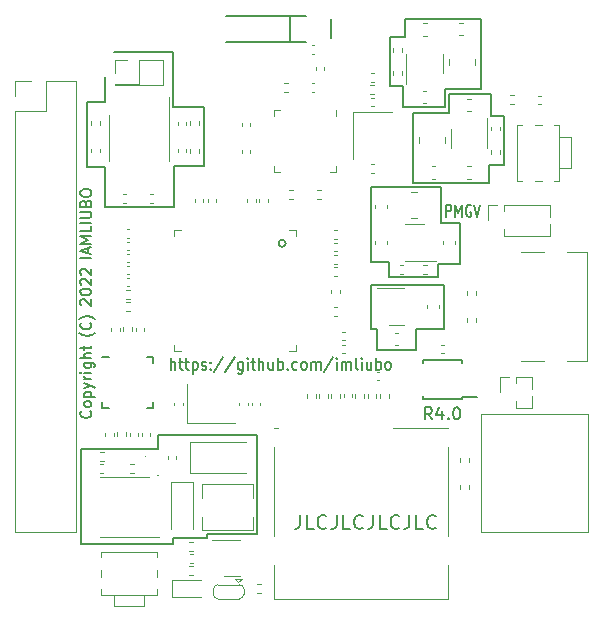
<source format=gbr>
%TF.GenerationSoftware,KiCad,Pcbnew,6.99.0-unknown-5a2f351f28~146~ubuntu20.04.1*%
%TF.CreationDate,2022-01-27T10:55:03+08:00*%
%TF.ProjectId,M5Pi,4d355069-2e6b-4696-9361-645f70636258,1.0*%
%TF.SameCoordinates,Original*%
%TF.FileFunction,Legend,Top*%
%TF.FilePolarity,Positive*%
%FSLAX46Y46*%
G04 Gerber Fmt 4.6, Leading zero omitted, Abs format (unit mm)*
G04 Created by KiCad (PCBNEW 6.99.0-unknown-5a2f351f28~146~ubuntu20.04.1) date 2022-01-27 10:55:03*
%MOMM*%
%LPD*%
G01*
G04 APERTURE LIST*
%ADD10C,0.150000*%
%ADD11C,0.120000*%
%ADD12C,0.100000*%
%ADD13C,0.203200*%
G04 APERTURE END LIST*
D10*
X147463353Y-87851564D02*
X143113353Y-87851564D01*
X146913353Y-91601564D02*
X149263353Y-91601564D01*
X150613353Y-86126564D02*
X150613353Y-82626564D01*
X146713353Y-73351564D02*
X146713353Y-79251564D01*
X121363353Y-68151564D02*
X126363353Y-68151564D01*
X125063353Y-101801564D02*
X118563353Y-101801564D01*
X145863353Y-72851564D02*
X149363353Y-72851564D01*
X149263353Y-91601564D02*
X149263353Y-91351564D01*
X126413353Y-81251564D02*
X120613353Y-81251564D01*
X120613353Y-77851564D02*
X119113353Y-77851564D01*
X153113353Y-77751564D02*
X154363353Y-77751564D01*
X146013353Y-65351564D02*
X146013353Y-66851564D01*
X152413353Y-65351564D02*
X146013353Y-65351564D01*
X119113353Y-72401564D02*
X120563353Y-72401564D01*
X133463353Y-100601564D02*
X125263353Y-100601564D01*
X144763353Y-71051564D02*
X145863353Y-71051564D01*
X154363353Y-77751564D02*
X154363353Y-73551564D01*
X133463353Y-109001564D02*
X133463353Y-100601564D01*
X149763353Y-71751564D02*
X149763353Y-73351564D01*
X128963353Y-72851564D02*
X128963353Y-77801564D01*
X149363353Y-72851564D02*
X149363353Y-71351564D01*
X128963353Y-77801564D02*
X126413353Y-77801564D01*
X150613353Y-82626564D02*
X149013353Y-82626564D01*
X126363353Y-109301564D02*
X129263353Y-109301564D01*
X147463353Y-87851564D02*
X149263353Y-87851564D01*
X144613353Y-87226564D02*
X148813353Y-87226564D01*
X149763353Y-73351564D02*
X146713353Y-73351564D01*
X129263353Y-109301564D02*
X129263353Y-109001564D01*
X143113353Y-79576564D02*
X143113353Y-85976564D01*
X118563353Y-109801564D02*
X121663353Y-109801564D01*
X120613353Y-81251564D02*
X120613353Y-77851564D01*
X143113353Y-87851564D02*
X143113353Y-91601564D01*
X148813353Y-87226564D02*
X148813353Y-86126564D01*
X146913353Y-93401564D02*
X146913353Y-91601564D01*
X153263353Y-73551564D02*
X153263353Y-71751564D01*
X149363353Y-71351564D02*
X149363353Y-71251564D01*
X143113353Y-85976564D02*
X144613353Y-85976564D01*
X125063353Y-100601564D02*
X125063353Y-101801564D01*
X126363353Y-72851564D02*
X128963353Y-72851564D01*
X126363353Y-68151564D02*
X126363353Y-72851564D01*
X143113353Y-91601564D02*
X143613353Y-91601564D01*
X126413353Y-77801564D02*
X126413353Y-81251564D01*
X148813353Y-86126564D02*
X150613353Y-86126564D01*
X146013353Y-66851564D02*
X144763353Y-66851564D01*
X149363353Y-71251564D02*
X152413353Y-71251564D01*
X126363353Y-109401564D02*
X126363353Y-109301564D01*
X126363353Y-109801564D02*
X126363353Y-109401564D01*
X144763353Y-66851564D02*
X144763353Y-71051564D01*
X143613353Y-93401564D02*
X146913353Y-93401564D01*
X146713353Y-79251564D02*
X153113353Y-79251564D01*
X149263353Y-91351564D02*
X149263353Y-88101564D01*
X120563353Y-72401564D02*
X120563353Y-70301564D01*
X154363353Y-73551564D02*
X153263353Y-73551564D01*
X119113353Y-77851564D02*
X119113353Y-72401564D01*
X153263353Y-71751564D02*
X149763353Y-71751564D01*
X149013353Y-82626564D02*
X149013353Y-79576564D01*
X143613353Y-91601564D02*
X143613353Y-93401564D01*
X149263353Y-87851564D02*
X149263353Y-88101564D01*
X153113353Y-79251564D02*
X153113353Y-77751564D01*
X121663353Y-109801564D02*
X126363353Y-109801564D01*
X152413353Y-71251564D02*
X152413353Y-65351564D01*
X129263353Y-109001564D02*
X133463353Y-109001564D01*
X145863353Y-71051564D02*
X145863353Y-72851564D01*
X144613353Y-85976564D02*
X144613353Y-87226564D01*
X149013353Y-79576564D02*
X143113353Y-79576564D01*
X125263353Y-100601564D02*
X125063353Y-100601564D01*
X118563353Y-101801564D02*
X118563353Y-109801564D01*
X137120498Y-107344421D02*
X137120498Y-108201564D01*
X137120498Y-108201564D02*
X137063355Y-108372992D01*
X137063355Y-108372992D02*
X136949069Y-108487278D01*
X136949069Y-108487278D02*
X136777641Y-108544421D01*
X136777641Y-108544421D02*
X136663355Y-108544421D01*
X138263354Y-108544421D02*
X137691926Y-108544421D01*
X137691926Y-108544421D02*
X137691926Y-107344421D01*
X139349068Y-108430135D02*
X139291925Y-108487278D01*
X139291925Y-108487278D02*
X139120497Y-108544421D01*
X139120497Y-108544421D02*
X139006211Y-108544421D01*
X139006211Y-108544421D02*
X138834782Y-108487278D01*
X138834782Y-108487278D02*
X138720497Y-108372992D01*
X138720497Y-108372992D02*
X138663354Y-108258706D01*
X138663354Y-108258706D02*
X138606211Y-108030135D01*
X138606211Y-108030135D02*
X138606211Y-107858706D01*
X138606211Y-107858706D02*
X138663354Y-107630135D01*
X138663354Y-107630135D02*
X138720497Y-107515849D01*
X138720497Y-107515849D02*
X138834782Y-107401564D01*
X138834782Y-107401564D02*
X139006211Y-107344421D01*
X139006211Y-107344421D02*
X139120497Y-107344421D01*
X139120497Y-107344421D02*
X139291925Y-107401564D01*
X139291925Y-107401564D02*
X139349068Y-107458706D01*
X140206211Y-107344421D02*
X140206211Y-108201564D01*
X140206211Y-108201564D02*
X140149068Y-108372992D01*
X140149068Y-108372992D02*
X140034782Y-108487278D01*
X140034782Y-108487278D02*
X139863354Y-108544421D01*
X139863354Y-108544421D02*
X139749068Y-108544421D01*
X141349067Y-108544421D02*
X140777639Y-108544421D01*
X140777639Y-108544421D02*
X140777639Y-107344421D01*
X142434781Y-108430135D02*
X142377638Y-108487278D01*
X142377638Y-108487278D02*
X142206210Y-108544421D01*
X142206210Y-108544421D02*
X142091924Y-108544421D01*
X142091924Y-108544421D02*
X141920495Y-108487278D01*
X141920495Y-108487278D02*
X141806210Y-108372992D01*
X141806210Y-108372992D02*
X141749067Y-108258706D01*
X141749067Y-108258706D02*
X141691924Y-108030135D01*
X141691924Y-108030135D02*
X141691924Y-107858706D01*
X141691924Y-107858706D02*
X141749067Y-107630135D01*
X141749067Y-107630135D02*
X141806210Y-107515849D01*
X141806210Y-107515849D02*
X141920495Y-107401564D01*
X141920495Y-107401564D02*
X142091924Y-107344421D01*
X142091924Y-107344421D02*
X142206210Y-107344421D01*
X142206210Y-107344421D02*
X142377638Y-107401564D01*
X142377638Y-107401564D02*
X142434781Y-107458706D01*
X143291924Y-107344421D02*
X143291924Y-108201564D01*
X143291924Y-108201564D02*
X143234781Y-108372992D01*
X143234781Y-108372992D02*
X143120495Y-108487278D01*
X143120495Y-108487278D02*
X142949067Y-108544421D01*
X142949067Y-108544421D02*
X142834781Y-108544421D01*
X144434780Y-108544421D02*
X143863352Y-108544421D01*
X143863352Y-108544421D02*
X143863352Y-107344421D01*
X145520494Y-108430135D02*
X145463351Y-108487278D01*
X145463351Y-108487278D02*
X145291923Y-108544421D01*
X145291923Y-108544421D02*
X145177637Y-108544421D01*
X145177637Y-108544421D02*
X145006208Y-108487278D01*
X145006208Y-108487278D02*
X144891923Y-108372992D01*
X144891923Y-108372992D02*
X144834780Y-108258706D01*
X144834780Y-108258706D02*
X144777637Y-108030135D01*
X144777637Y-108030135D02*
X144777637Y-107858706D01*
X144777637Y-107858706D02*
X144834780Y-107630135D01*
X144834780Y-107630135D02*
X144891923Y-107515849D01*
X144891923Y-107515849D02*
X145006208Y-107401564D01*
X145006208Y-107401564D02*
X145177637Y-107344421D01*
X145177637Y-107344421D02*
X145291923Y-107344421D01*
X145291923Y-107344421D02*
X145463351Y-107401564D01*
X145463351Y-107401564D02*
X145520494Y-107458706D01*
X146377637Y-107344421D02*
X146377637Y-108201564D01*
X146377637Y-108201564D02*
X146320494Y-108372992D01*
X146320494Y-108372992D02*
X146206208Y-108487278D01*
X146206208Y-108487278D02*
X146034780Y-108544421D01*
X146034780Y-108544421D02*
X145920494Y-108544421D01*
X147520493Y-108544421D02*
X146949065Y-108544421D01*
X146949065Y-108544421D02*
X146949065Y-107344421D01*
X148606207Y-108430135D02*
X148549064Y-108487278D01*
X148549064Y-108487278D02*
X148377636Y-108544421D01*
X148377636Y-108544421D02*
X148263350Y-108544421D01*
X148263350Y-108544421D02*
X148091921Y-108487278D01*
X148091921Y-108487278D02*
X147977636Y-108372992D01*
X147977636Y-108372992D02*
X147920493Y-108258706D01*
X147920493Y-108258706D02*
X147863350Y-108030135D01*
X147863350Y-108030135D02*
X147863350Y-107858706D01*
X147863350Y-107858706D02*
X147920493Y-107630135D01*
X147920493Y-107630135D02*
X147977636Y-107515849D01*
X147977636Y-107515849D02*
X148091921Y-107401564D01*
X148091921Y-107401564D02*
X148263350Y-107344421D01*
X148263350Y-107344421D02*
X148377636Y-107344421D01*
X148377636Y-107344421D02*
X148549064Y-107401564D01*
X148549064Y-107401564D02*
X148606207Y-107458706D01*
X149453830Y-82103944D02*
X149453830Y-81103944D01*
X149453830Y-81103944D02*
X149758592Y-81103944D01*
X149758592Y-81103944D02*
X149834782Y-81151564D01*
X149834782Y-81151564D02*
X149872877Y-81199183D01*
X149872877Y-81199183D02*
X149910973Y-81294421D01*
X149910973Y-81294421D02*
X149910973Y-81437278D01*
X149910973Y-81437278D02*
X149872877Y-81532516D01*
X149872877Y-81532516D02*
X149834782Y-81580135D01*
X149834782Y-81580135D02*
X149758592Y-81627754D01*
X149758592Y-81627754D02*
X149453830Y-81627754D01*
X150253830Y-82103944D02*
X150253830Y-81103944D01*
X150253830Y-81103944D02*
X150520496Y-81818230D01*
X150520496Y-81818230D02*
X150787163Y-81103944D01*
X150787163Y-81103944D02*
X150787163Y-82103944D01*
X151587162Y-81151564D02*
X151510972Y-81103944D01*
X151510972Y-81103944D02*
X151396686Y-81103944D01*
X151396686Y-81103944D02*
X151282400Y-81151564D01*
X151282400Y-81151564D02*
X151206210Y-81246802D01*
X151206210Y-81246802D02*
X151168115Y-81342040D01*
X151168115Y-81342040D02*
X151130019Y-81532516D01*
X151130019Y-81532516D02*
X151130019Y-81675373D01*
X151130019Y-81675373D02*
X151168115Y-81865849D01*
X151168115Y-81865849D02*
X151206210Y-81961087D01*
X151206210Y-81961087D02*
X151282400Y-82056325D01*
X151282400Y-82056325D02*
X151396686Y-82103944D01*
X151396686Y-82103944D02*
X151472877Y-82103944D01*
X151472877Y-82103944D02*
X151587162Y-82056325D01*
X151587162Y-82056325D02*
X151625258Y-82008706D01*
X151625258Y-82008706D02*
X151625258Y-81675373D01*
X151625258Y-81675373D02*
X151472877Y-81675373D01*
X151853829Y-81103944D02*
X152120496Y-82103944D01*
X152120496Y-82103944D02*
X152387162Y-81103944D01*
X119334781Y-98554415D02*
X119377638Y-98597272D01*
X119377638Y-98597272D02*
X119420495Y-98725844D01*
X119420495Y-98725844D02*
X119420495Y-98811558D01*
X119420495Y-98811558D02*
X119377638Y-98940129D01*
X119377638Y-98940129D02*
X119291924Y-99025844D01*
X119291924Y-99025844D02*
X119206210Y-99068701D01*
X119206210Y-99068701D02*
X119034781Y-99111558D01*
X119034781Y-99111558D02*
X118906210Y-99111558D01*
X118906210Y-99111558D02*
X118734781Y-99068701D01*
X118734781Y-99068701D02*
X118649067Y-99025844D01*
X118649067Y-99025844D02*
X118563353Y-98940129D01*
X118563353Y-98940129D02*
X118520495Y-98811558D01*
X118520495Y-98811558D02*
X118520495Y-98725844D01*
X118520495Y-98725844D02*
X118563353Y-98597272D01*
X118563353Y-98597272D02*
X118606210Y-98554415D01*
X119420495Y-98040129D02*
X119377638Y-98125844D01*
X119377638Y-98125844D02*
X119334781Y-98168701D01*
X119334781Y-98168701D02*
X119249067Y-98211558D01*
X119249067Y-98211558D02*
X118991924Y-98211558D01*
X118991924Y-98211558D02*
X118906210Y-98168701D01*
X118906210Y-98168701D02*
X118863353Y-98125844D01*
X118863353Y-98125844D02*
X118820495Y-98040129D01*
X118820495Y-98040129D02*
X118820495Y-97911558D01*
X118820495Y-97911558D02*
X118863353Y-97825844D01*
X118863353Y-97825844D02*
X118906210Y-97782987D01*
X118906210Y-97782987D02*
X118991924Y-97740129D01*
X118991924Y-97740129D02*
X119249067Y-97740129D01*
X119249067Y-97740129D02*
X119334781Y-97782987D01*
X119334781Y-97782987D02*
X119377638Y-97825844D01*
X119377638Y-97825844D02*
X119420495Y-97911558D01*
X119420495Y-97911558D02*
X119420495Y-98040129D01*
X118820495Y-97354416D02*
X119720495Y-97354416D01*
X118863353Y-97354416D02*
X118820495Y-97268702D01*
X118820495Y-97268702D02*
X118820495Y-97097273D01*
X118820495Y-97097273D02*
X118863353Y-97011559D01*
X118863353Y-97011559D02*
X118906210Y-96968702D01*
X118906210Y-96968702D02*
X118991924Y-96925844D01*
X118991924Y-96925844D02*
X119249067Y-96925844D01*
X119249067Y-96925844D02*
X119334781Y-96968702D01*
X119334781Y-96968702D02*
X119377638Y-97011559D01*
X119377638Y-97011559D02*
X119420495Y-97097273D01*
X119420495Y-97097273D02*
X119420495Y-97268702D01*
X119420495Y-97268702D02*
X119377638Y-97354416D01*
X118820495Y-96625845D02*
X119420495Y-96411559D01*
X118820495Y-96197274D02*
X119420495Y-96411559D01*
X119420495Y-96411559D02*
X119634781Y-96497274D01*
X119634781Y-96497274D02*
X119677638Y-96540131D01*
X119677638Y-96540131D02*
X119720495Y-96625845D01*
X119420495Y-95854417D02*
X118820495Y-95854417D01*
X118991924Y-95854417D02*
X118906210Y-95811560D01*
X118906210Y-95811560D02*
X118863353Y-95768703D01*
X118863353Y-95768703D02*
X118820495Y-95682988D01*
X118820495Y-95682988D02*
X118820495Y-95597274D01*
X119420495Y-95297275D02*
X118820495Y-95297275D01*
X118520495Y-95297275D02*
X118563353Y-95340132D01*
X118563353Y-95340132D02*
X118606210Y-95297275D01*
X118606210Y-95297275D02*
X118563353Y-95254418D01*
X118563353Y-95254418D02*
X118520495Y-95297275D01*
X118520495Y-95297275D02*
X118606210Y-95297275D01*
X118820495Y-94482990D02*
X119549067Y-94482990D01*
X119549067Y-94482990D02*
X119634781Y-94525847D01*
X119634781Y-94525847D02*
X119677638Y-94568704D01*
X119677638Y-94568704D02*
X119720495Y-94654418D01*
X119720495Y-94654418D02*
X119720495Y-94782990D01*
X119720495Y-94782990D02*
X119677638Y-94868704D01*
X119377638Y-94482990D02*
X119420495Y-94568704D01*
X119420495Y-94568704D02*
X119420495Y-94740132D01*
X119420495Y-94740132D02*
X119377638Y-94825847D01*
X119377638Y-94825847D02*
X119334781Y-94868704D01*
X119334781Y-94868704D02*
X119249067Y-94911561D01*
X119249067Y-94911561D02*
X118991924Y-94911561D01*
X118991924Y-94911561D02*
X118906210Y-94868704D01*
X118906210Y-94868704D02*
X118863353Y-94825847D01*
X118863353Y-94825847D02*
X118820495Y-94740132D01*
X118820495Y-94740132D02*
X118820495Y-94568704D01*
X118820495Y-94568704D02*
X118863353Y-94482990D01*
X119420495Y-94054419D02*
X118520495Y-94054419D01*
X119420495Y-93668705D02*
X118949067Y-93668705D01*
X118949067Y-93668705D02*
X118863353Y-93711562D01*
X118863353Y-93711562D02*
X118820495Y-93797276D01*
X118820495Y-93797276D02*
X118820495Y-93925847D01*
X118820495Y-93925847D02*
X118863353Y-94011562D01*
X118863353Y-94011562D02*
X118906210Y-94054419D01*
X118820495Y-93368705D02*
X118820495Y-93025848D01*
X118520495Y-93240134D02*
X119291924Y-93240134D01*
X119291924Y-93240134D02*
X119377638Y-93197277D01*
X119377638Y-93197277D02*
X119420495Y-93111562D01*
X119420495Y-93111562D02*
X119420495Y-93025848D01*
X119763353Y-91928706D02*
X119720495Y-91971563D01*
X119720495Y-91971563D02*
X119591924Y-92057277D01*
X119591924Y-92057277D02*
X119506210Y-92100135D01*
X119506210Y-92100135D02*
X119377638Y-92142992D01*
X119377638Y-92142992D02*
X119163353Y-92185849D01*
X119163353Y-92185849D02*
X118991924Y-92185849D01*
X118991924Y-92185849D02*
X118777638Y-92142992D01*
X118777638Y-92142992D02*
X118649067Y-92100135D01*
X118649067Y-92100135D02*
X118563353Y-92057277D01*
X118563353Y-92057277D02*
X118434781Y-91971563D01*
X118434781Y-91971563D02*
X118391924Y-91928706D01*
X119334781Y-91071563D02*
X119377638Y-91114420D01*
X119377638Y-91114420D02*
X119420495Y-91242992D01*
X119420495Y-91242992D02*
X119420495Y-91328706D01*
X119420495Y-91328706D02*
X119377638Y-91457277D01*
X119377638Y-91457277D02*
X119291924Y-91542992D01*
X119291924Y-91542992D02*
X119206210Y-91585849D01*
X119206210Y-91585849D02*
X119034781Y-91628706D01*
X119034781Y-91628706D02*
X118906210Y-91628706D01*
X118906210Y-91628706D02*
X118734781Y-91585849D01*
X118734781Y-91585849D02*
X118649067Y-91542992D01*
X118649067Y-91542992D02*
X118563353Y-91457277D01*
X118563353Y-91457277D02*
X118520495Y-91328706D01*
X118520495Y-91328706D02*
X118520495Y-91242992D01*
X118520495Y-91242992D02*
X118563353Y-91114420D01*
X118563353Y-91114420D02*
X118606210Y-91071563D01*
X119763353Y-90771563D02*
X119720495Y-90728706D01*
X119720495Y-90728706D02*
X119591924Y-90642992D01*
X119591924Y-90642992D02*
X119506210Y-90600135D01*
X119506210Y-90600135D02*
X119377638Y-90557277D01*
X119377638Y-90557277D02*
X119163353Y-90514420D01*
X119163353Y-90514420D02*
X118991924Y-90514420D01*
X118991924Y-90514420D02*
X118777638Y-90557277D01*
X118777638Y-90557277D02*
X118649067Y-90600135D01*
X118649067Y-90600135D02*
X118563353Y-90642992D01*
X118563353Y-90642992D02*
X118434781Y-90728706D01*
X118434781Y-90728706D02*
X118391924Y-90771563D01*
X118606210Y-89588706D02*
X118563353Y-89545849D01*
X118563353Y-89545849D02*
X118520495Y-89460135D01*
X118520495Y-89460135D02*
X118520495Y-89245849D01*
X118520495Y-89245849D02*
X118563353Y-89160135D01*
X118563353Y-89160135D02*
X118606210Y-89117277D01*
X118606210Y-89117277D02*
X118691924Y-89074420D01*
X118691924Y-89074420D02*
X118777638Y-89074420D01*
X118777638Y-89074420D02*
X118906210Y-89117277D01*
X118906210Y-89117277D02*
X119420495Y-89631563D01*
X119420495Y-89631563D02*
X119420495Y-89074420D01*
X118520495Y-88517278D02*
X118520495Y-88431564D01*
X118520495Y-88431564D02*
X118563353Y-88345850D01*
X118563353Y-88345850D02*
X118606210Y-88302993D01*
X118606210Y-88302993D02*
X118691924Y-88260135D01*
X118691924Y-88260135D02*
X118863353Y-88217278D01*
X118863353Y-88217278D02*
X119077638Y-88217278D01*
X119077638Y-88217278D02*
X119249067Y-88260135D01*
X119249067Y-88260135D02*
X119334781Y-88302993D01*
X119334781Y-88302993D02*
X119377638Y-88345850D01*
X119377638Y-88345850D02*
X119420495Y-88431564D01*
X119420495Y-88431564D02*
X119420495Y-88517278D01*
X119420495Y-88517278D02*
X119377638Y-88602993D01*
X119377638Y-88602993D02*
X119334781Y-88645850D01*
X119334781Y-88645850D02*
X119249067Y-88688707D01*
X119249067Y-88688707D02*
X119077638Y-88731564D01*
X119077638Y-88731564D02*
X118863353Y-88731564D01*
X118863353Y-88731564D02*
X118691924Y-88688707D01*
X118691924Y-88688707D02*
X118606210Y-88645850D01*
X118606210Y-88645850D02*
X118563353Y-88602993D01*
X118563353Y-88602993D02*
X118520495Y-88517278D01*
X118606210Y-87874422D02*
X118563353Y-87831565D01*
X118563353Y-87831565D02*
X118520495Y-87745851D01*
X118520495Y-87745851D02*
X118520495Y-87531565D01*
X118520495Y-87531565D02*
X118563353Y-87445851D01*
X118563353Y-87445851D02*
X118606210Y-87402993D01*
X118606210Y-87402993D02*
X118691924Y-87360136D01*
X118691924Y-87360136D02*
X118777638Y-87360136D01*
X118777638Y-87360136D02*
X118906210Y-87402993D01*
X118906210Y-87402993D02*
X119420495Y-87917279D01*
X119420495Y-87917279D02*
X119420495Y-87360136D01*
X118606210Y-87017280D02*
X118563353Y-86974423D01*
X118563353Y-86974423D02*
X118520495Y-86888709D01*
X118520495Y-86888709D02*
X118520495Y-86674423D01*
X118520495Y-86674423D02*
X118563353Y-86588709D01*
X118563353Y-86588709D02*
X118606210Y-86545851D01*
X118606210Y-86545851D02*
X118691924Y-86502994D01*
X118691924Y-86502994D02*
X118777638Y-86502994D01*
X118777638Y-86502994D02*
X118906210Y-86545851D01*
X118906210Y-86545851D02*
X119420495Y-87060137D01*
X119420495Y-87060137D02*
X119420495Y-86502994D01*
X119420495Y-85577281D02*
X118520495Y-85577281D01*
X119163353Y-85191567D02*
X119163353Y-84762996D01*
X119420495Y-85277281D02*
X118520495Y-84977281D01*
X118520495Y-84977281D02*
X119420495Y-84677281D01*
X119420495Y-84377282D02*
X118520495Y-84377282D01*
X118520495Y-84377282D02*
X119163353Y-84077282D01*
X119163353Y-84077282D02*
X118520495Y-83777282D01*
X118520495Y-83777282D02*
X119420495Y-83777282D01*
X119420495Y-82920139D02*
X119420495Y-83348711D01*
X119420495Y-83348711D02*
X118520495Y-83348711D01*
X119420495Y-82620140D02*
X118520495Y-82620140D01*
X118520495Y-82191569D02*
X119249067Y-82191569D01*
X119249067Y-82191569D02*
X119334781Y-82148712D01*
X119334781Y-82148712D02*
X119377638Y-82105855D01*
X119377638Y-82105855D02*
X119420495Y-82020140D01*
X119420495Y-82020140D02*
X119420495Y-81848712D01*
X119420495Y-81848712D02*
X119377638Y-81762997D01*
X119377638Y-81762997D02*
X119334781Y-81720140D01*
X119334781Y-81720140D02*
X119249067Y-81677283D01*
X119249067Y-81677283D02*
X118520495Y-81677283D01*
X118949067Y-80948712D02*
X118991924Y-80820140D01*
X118991924Y-80820140D02*
X119034781Y-80777283D01*
X119034781Y-80777283D02*
X119120495Y-80734426D01*
X119120495Y-80734426D02*
X119249067Y-80734426D01*
X119249067Y-80734426D02*
X119334781Y-80777283D01*
X119334781Y-80777283D02*
X119377638Y-80820140D01*
X119377638Y-80820140D02*
X119420495Y-80905855D01*
X119420495Y-80905855D02*
X119420495Y-81248712D01*
X119420495Y-81248712D02*
X118520495Y-81248712D01*
X118520495Y-81248712D02*
X118520495Y-80948712D01*
X118520495Y-80948712D02*
X118563353Y-80862998D01*
X118563353Y-80862998D02*
X118606210Y-80820140D01*
X118606210Y-80820140D02*
X118691924Y-80777283D01*
X118691924Y-80777283D02*
X118777638Y-80777283D01*
X118777638Y-80777283D02*
X118863353Y-80820140D01*
X118863353Y-80820140D02*
X118906210Y-80862998D01*
X118906210Y-80862998D02*
X118949067Y-80948712D01*
X118949067Y-80948712D02*
X118949067Y-81248712D01*
X118520495Y-80177283D02*
X118520495Y-80005855D01*
X118520495Y-80005855D02*
X118563353Y-79920140D01*
X118563353Y-79920140D02*
X118649067Y-79834426D01*
X118649067Y-79834426D02*
X118820495Y-79791569D01*
X118820495Y-79791569D02*
X119120495Y-79791569D01*
X119120495Y-79791569D02*
X119291924Y-79834426D01*
X119291924Y-79834426D02*
X119377638Y-79920140D01*
X119377638Y-79920140D02*
X119420495Y-80005855D01*
X119420495Y-80005855D02*
X119420495Y-80177283D01*
X119420495Y-80177283D02*
X119377638Y-80262998D01*
X119377638Y-80262998D02*
X119291924Y-80348712D01*
X119291924Y-80348712D02*
X119120495Y-80391569D01*
X119120495Y-80391569D02*
X118820495Y-80391569D01*
X118820495Y-80391569D02*
X118649067Y-80348712D01*
X118649067Y-80348712D02*
X118563353Y-80262998D01*
X118563353Y-80262998D02*
X118520495Y-80177283D01*
X126163359Y-95053944D02*
X126163359Y-94053944D01*
X126549074Y-95053944D02*
X126549074Y-94530135D01*
X126549074Y-94530135D02*
X126506216Y-94434897D01*
X126506216Y-94434897D02*
X126420502Y-94387278D01*
X126420502Y-94387278D02*
X126291931Y-94387278D01*
X126291931Y-94387278D02*
X126206216Y-94434897D01*
X126206216Y-94434897D02*
X126163359Y-94482516D01*
X126849073Y-94387278D02*
X127191930Y-94387278D01*
X126977644Y-94053944D02*
X126977644Y-94911087D01*
X126977644Y-94911087D02*
X127020501Y-95006325D01*
X127020501Y-95006325D02*
X127106216Y-95053944D01*
X127106216Y-95053944D02*
X127191930Y-95053944D01*
X127363358Y-94387278D02*
X127706215Y-94387278D01*
X127491929Y-94053944D02*
X127491929Y-94911087D01*
X127491929Y-94911087D02*
X127534786Y-95006325D01*
X127534786Y-95006325D02*
X127620501Y-95053944D01*
X127620501Y-95053944D02*
X127706215Y-95053944D01*
X128006214Y-94387278D02*
X128006214Y-95387278D01*
X128006214Y-94434897D02*
X128091929Y-94387278D01*
X128091929Y-94387278D02*
X128263357Y-94387278D01*
X128263357Y-94387278D02*
X128349071Y-94434897D01*
X128349071Y-94434897D02*
X128391929Y-94482516D01*
X128391929Y-94482516D02*
X128434786Y-94577754D01*
X128434786Y-94577754D02*
X128434786Y-94863468D01*
X128434786Y-94863468D02*
X128391929Y-94958706D01*
X128391929Y-94958706D02*
X128349071Y-95006325D01*
X128349071Y-95006325D02*
X128263357Y-95053944D01*
X128263357Y-95053944D02*
X128091929Y-95053944D01*
X128091929Y-95053944D02*
X128006214Y-95006325D01*
X128777642Y-95006325D02*
X128863356Y-95053944D01*
X128863356Y-95053944D02*
X129034785Y-95053944D01*
X129034785Y-95053944D02*
X129120499Y-95006325D01*
X129120499Y-95006325D02*
X129163356Y-94911087D01*
X129163356Y-94911087D02*
X129163356Y-94863468D01*
X129163356Y-94863468D02*
X129120499Y-94768230D01*
X129120499Y-94768230D02*
X129034785Y-94720611D01*
X129034785Y-94720611D02*
X128906214Y-94720611D01*
X128906214Y-94720611D02*
X128820499Y-94672992D01*
X128820499Y-94672992D02*
X128777642Y-94577754D01*
X128777642Y-94577754D02*
X128777642Y-94530135D01*
X128777642Y-94530135D02*
X128820499Y-94434897D01*
X128820499Y-94434897D02*
X128906214Y-94387278D01*
X128906214Y-94387278D02*
X129034785Y-94387278D01*
X129034785Y-94387278D02*
X129120499Y-94434897D01*
X129549070Y-94958706D02*
X129591927Y-95006325D01*
X129591927Y-95006325D02*
X129549070Y-95053944D01*
X129549070Y-95053944D02*
X129506213Y-95006325D01*
X129506213Y-95006325D02*
X129549070Y-94958706D01*
X129549070Y-94958706D02*
X129549070Y-95053944D01*
X129549070Y-94434897D02*
X129591927Y-94482516D01*
X129591927Y-94482516D02*
X129549070Y-94530135D01*
X129549070Y-94530135D02*
X129506213Y-94482516D01*
X129506213Y-94482516D02*
X129549070Y-94434897D01*
X129549070Y-94434897D02*
X129549070Y-94530135D01*
X130620498Y-94006325D02*
X129849070Y-95292040D01*
X131563355Y-94006325D02*
X130791927Y-95292040D01*
X132249070Y-94387278D02*
X132249070Y-95196802D01*
X132249070Y-95196802D02*
X132206212Y-95292040D01*
X132206212Y-95292040D02*
X132163355Y-95339659D01*
X132163355Y-95339659D02*
X132077641Y-95387278D01*
X132077641Y-95387278D02*
X131949070Y-95387278D01*
X131949070Y-95387278D02*
X131863355Y-95339659D01*
X132249070Y-95006325D02*
X132163355Y-95053944D01*
X132163355Y-95053944D02*
X131991927Y-95053944D01*
X131991927Y-95053944D02*
X131906212Y-95006325D01*
X131906212Y-95006325D02*
X131863355Y-94958706D01*
X131863355Y-94958706D02*
X131820498Y-94863468D01*
X131820498Y-94863468D02*
X131820498Y-94577754D01*
X131820498Y-94577754D02*
X131863355Y-94482516D01*
X131863355Y-94482516D02*
X131906212Y-94434897D01*
X131906212Y-94434897D02*
X131991927Y-94387278D01*
X131991927Y-94387278D02*
X132163355Y-94387278D01*
X132163355Y-94387278D02*
X132249070Y-94434897D01*
X132677640Y-95053944D02*
X132677640Y-94387278D01*
X132677640Y-94053944D02*
X132634783Y-94101564D01*
X132634783Y-94101564D02*
X132677640Y-94149183D01*
X132677640Y-94149183D02*
X132720497Y-94101564D01*
X132720497Y-94101564D02*
X132677640Y-94053944D01*
X132677640Y-94053944D02*
X132677640Y-94149183D01*
X132977640Y-94387278D02*
X133320497Y-94387278D01*
X133106211Y-94053944D02*
X133106211Y-94911087D01*
X133106211Y-94911087D02*
X133149068Y-95006325D01*
X133149068Y-95006325D02*
X133234783Y-95053944D01*
X133234783Y-95053944D02*
X133320497Y-95053944D01*
X133620496Y-95053944D02*
X133620496Y-94053944D01*
X134006211Y-95053944D02*
X134006211Y-94530135D01*
X134006211Y-94530135D02*
X133963353Y-94434897D01*
X133963353Y-94434897D02*
X133877639Y-94387278D01*
X133877639Y-94387278D02*
X133749068Y-94387278D01*
X133749068Y-94387278D02*
X133663353Y-94434897D01*
X133663353Y-94434897D02*
X133620496Y-94482516D01*
X134820496Y-94387278D02*
X134820496Y-95053944D01*
X134434781Y-94387278D02*
X134434781Y-94911087D01*
X134434781Y-94911087D02*
X134477638Y-95006325D01*
X134477638Y-95006325D02*
X134563353Y-95053944D01*
X134563353Y-95053944D02*
X134691924Y-95053944D01*
X134691924Y-95053944D02*
X134777638Y-95006325D01*
X134777638Y-95006325D02*
X134820496Y-94958706D01*
X135249066Y-95053944D02*
X135249066Y-94053944D01*
X135249066Y-94434897D02*
X135334781Y-94387278D01*
X135334781Y-94387278D02*
X135506209Y-94387278D01*
X135506209Y-94387278D02*
X135591923Y-94434897D01*
X135591923Y-94434897D02*
X135634781Y-94482516D01*
X135634781Y-94482516D02*
X135677638Y-94577754D01*
X135677638Y-94577754D02*
X135677638Y-94863468D01*
X135677638Y-94863468D02*
X135634781Y-94958706D01*
X135634781Y-94958706D02*
X135591923Y-95006325D01*
X135591923Y-95006325D02*
X135506209Y-95053944D01*
X135506209Y-95053944D02*
X135334781Y-95053944D01*
X135334781Y-95053944D02*
X135249066Y-95006325D01*
X136063351Y-94958706D02*
X136106208Y-95006325D01*
X136106208Y-95006325D02*
X136063351Y-95053944D01*
X136063351Y-95053944D02*
X136020494Y-95006325D01*
X136020494Y-95006325D02*
X136063351Y-94958706D01*
X136063351Y-94958706D02*
X136063351Y-95053944D01*
X136877637Y-95006325D02*
X136791922Y-95053944D01*
X136791922Y-95053944D02*
X136620494Y-95053944D01*
X136620494Y-95053944D02*
X136534779Y-95006325D01*
X136534779Y-95006325D02*
X136491922Y-94958706D01*
X136491922Y-94958706D02*
X136449065Y-94863468D01*
X136449065Y-94863468D02*
X136449065Y-94577754D01*
X136449065Y-94577754D02*
X136491922Y-94482516D01*
X136491922Y-94482516D02*
X136534779Y-94434897D01*
X136534779Y-94434897D02*
X136620494Y-94387278D01*
X136620494Y-94387278D02*
X136791922Y-94387278D01*
X136791922Y-94387278D02*
X136877637Y-94434897D01*
X137391922Y-95053944D02*
X137306207Y-95006325D01*
X137306207Y-95006325D02*
X137263350Y-94958706D01*
X137263350Y-94958706D02*
X137220493Y-94863468D01*
X137220493Y-94863468D02*
X137220493Y-94577754D01*
X137220493Y-94577754D02*
X137263350Y-94482516D01*
X137263350Y-94482516D02*
X137306207Y-94434897D01*
X137306207Y-94434897D02*
X137391922Y-94387278D01*
X137391922Y-94387278D02*
X137520493Y-94387278D01*
X137520493Y-94387278D02*
X137606207Y-94434897D01*
X137606207Y-94434897D02*
X137649065Y-94482516D01*
X137649065Y-94482516D02*
X137691922Y-94577754D01*
X137691922Y-94577754D02*
X137691922Y-94863468D01*
X137691922Y-94863468D02*
X137649065Y-94958706D01*
X137649065Y-94958706D02*
X137606207Y-95006325D01*
X137606207Y-95006325D02*
X137520493Y-95053944D01*
X137520493Y-95053944D02*
X137391922Y-95053944D01*
X138077635Y-95053944D02*
X138077635Y-94387278D01*
X138077635Y-94482516D02*
X138120492Y-94434897D01*
X138120492Y-94434897D02*
X138206207Y-94387278D01*
X138206207Y-94387278D02*
X138334778Y-94387278D01*
X138334778Y-94387278D02*
X138420492Y-94434897D01*
X138420492Y-94434897D02*
X138463350Y-94530135D01*
X138463350Y-94530135D02*
X138463350Y-95053944D01*
X138463350Y-94530135D02*
X138506207Y-94434897D01*
X138506207Y-94434897D02*
X138591921Y-94387278D01*
X138591921Y-94387278D02*
X138720492Y-94387278D01*
X138720492Y-94387278D02*
X138806207Y-94434897D01*
X138806207Y-94434897D02*
X138849064Y-94530135D01*
X138849064Y-94530135D02*
X138849064Y-95053944D01*
X139920492Y-94006325D02*
X139149064Y-95292040D01*
X140220492Y-95053944D02*
X140220492Y-94387278D01*
X140220492Y-94053944D02*
X140177635Y-94101564D01*
X140177635Y-94101564D02*
X140220492Y-94149183D01*
X140220492Y-94149183D02*
X140263349Y-94101564D01*
X140263349Y-94101564D02*
X140220492Y-94053944D01*
X140220492Y-94053944D02*
X140220492Y-94149183D01*
X140649063Y-95053944D02*
X140649063Y-94387278D01*
X140649063Y-94482516D02*
X140691920Y-94434897D01*
X140691920Y-94434897D02*
X140777635Y-94387278D01*
X140777635Y-94387278D02*
X140906206Y-94387278D01*
X140906206Y-94387278D02*
X140991920Y-94434897D01*
X140991920Y-94434897D02*
X141034778Y-94530135D01*
X141034778Y-94530135D02*
X141034778Y-95053944D01*
X141034778Y-94530135D02*
X141077635Y-94434897D01*
X141077635Y-94434897D02*
X141163349Y-94387278D01*
X141163349Y-94387278D02*
X141291920Y-94387278D01*
X141291920Y-94387278D02*
X141377635Y-94434897D01*
X141377635Y-94434897D02*
X141420492Y-94530135D01*
X141420492Y-94530135D02*
X141420492Y-95053944D01*
X141977635Y-95053944D02*
X141891920Y-95006325D01*
X141891920Y-95006325D02*
X141849063Y-94911087D01*
X141849063Y-94911087D02*
X141849063Y-94053944D01*
X142320491Y-95053944D02*
X142320491Y-94387278D01*
X142320491Y-94053944D02*
X142277634Y-94101564D01*
X142277634Y-94101564D02*
X142320491Y-94149183D01*
X142320491Y-94149183D02*
X142363348Y-94101564D01*
X142363348Y-94101564D02*
X142320491Y-94053944D01*
X142320491Y-94053944D02*
X142320491Y-94149183D01*
X143134777Y-94387278D02*
X143134777Y-95053944D01*
X142749062Y-94387278D02*
X142749062Y-94911087D01*
X142749062Y-94911087D02*
X142791919Y-95006325D01*
X142791919Y-95006325D02*
X142877634Y-95053944D01*
X142877634Y-95053944D02*
X143006205Y-95053944D01*
X143006205Y-95053944D02*
X143091919Y-95006325D01*
X143091919Y-95006325D02*
X143134777Y-94958706D01*
X143563347Y-95053944D02*
X143563347Y-94053944D01*
X143563347Y-94434897D02*
X143649062Y-94387278D01*
X143649062Y-94387278D02*
X143820490Y-94387278D01*
X143820490Y-94387278D02*
X143906204Y-94434897D01*
X143906204Y-94434897D02*
X143949062Y-94482516D01*
X143949062Y-94482516D02*
X143991919Y-94577754D01*
X143991919Y-94577754D02*
X143991919Y-94863468D01*
X143991919Y-94863468D02*
X143949062Y-94958706D01*
X143949062Y-94958706D02*
X143906204Y-95006325D01*
X143906204Y-95006325D02*
X143820490Y-95053944D01*
X143820490Y-95053944D02*
X143649062Y-95053944D01*
X143649062Y-95053944D02*
X143563347Y-95006325D01*
X144506204Y-95053944D02*
X144420489Y-95006325D01*
X144420489Y-95006325D02*
X144377632Y-94958706D01*
X144377632Y-94958706D02*
X144334775Y-94863468D01*
X144334775Y-94863468D02*
X144334775Y-94577754D01*
X144334775Y-94577754D02*
X144377632Y-94482516D01*
X144377632Y-94482516D02*
X144420489Y-94434897D01*
X144420489Y-94434897D02*
X144506204Y-94387278D01*
X144506204Y-94387278D02*
X144634775Y-94387278D01*
X144634775Y-94387278D02*
X144720489Y-94434897D01*
X144720489Y-94434897D02*
X144763347Y-94482516D01*
X144763347Y-94482516D02*
X144806204Y-94577754D01*
X144806204Y-94577754D02*
X144806204Y-94863468D01*
X144806204Y-94863468D02*
X144763347Y-94958706D01*
X144763347Y-94958706D02*
X144720489Y-95006325D01*
X144720489Y-95006325D02*
X144634775Y-95053944D01*
X144634775Y-95053944D02*
X144506204Y-95053944D01*
X148282401Y-99253944D02*
X147949068Y-98777754D01*
X147710973Y-99253944D02*
X147710973Y-98253944D01*
X147710973Y-98253944D02*
X148091925Y-98253944D01*
X148091925Y-98253944D02*
X148187163Y-98301564D01*
X148187163Y-98301564D02*
X148234782Y-98349183D01*
X148234782Y-98349183D02*
X148282401Y-98444421D01*
X148282401Y-98444421D02*
X148282401Y-98587278D01*
X148282401Y-98587278D02*
X148234782Y-98682516D01*
X148234782Y-98682516D02*
X148187163Y-98730135D01*
X148187163Y-98730135D02*
X148091925Y-98777754D01*
X148091925Y-98777754D02*
X147710973Y-98777754D01*
X149139544Y-98587278D02*
X149139544Y-99253944D01*
X148901449Y-98206325D02*
X148663354Y-98920611D01*
X148663354Y-98920611D02*
X149282401Y-98920611D01*
X149663353Y-99158706D02*
X149710972Y-99206325D01*
X149710972Y-99206325D02*
X149663353Y-99253944D01*
X149663353Y-99253944D02*
X149615734Y-99206325D01*
X149615734Y-99206325D02*
X149663353Y-99158706D01*
X149663353Y-99158706D02*
X149663353Y-99253944D01*
X150330019Y-98253944D02*
X150425257Y-98253944D01*
X150425257Y-98253944D02*
X150520495Y-98301564D01*
X150520495Y-98301564D02*
X150568114Y-98349183D01*
X150568114Y-98349183D02*
X150615733Y-98444421D01*
X150615733Y-98444421D02*
X150663352Y-98634897D01*
X150663352Y-98634897D02*
X150663352Y-98872992D01*
X150663352Y-98872992D02*
X150615733Y-99063468D01*
X150615733Y-99063468D02*
X150568114Y-99158706D01*
X150568114Y-99158706D02*
X150520495Y-99206325D01*
X150520495Y-99206325D02*
X150425257Y-99253944D01*
X150425257Y-99253944D02*
X150330019Y-99253944D01*
X150330019Y-99253944D02*
X150234781Y-99206325D01*
X150234781Y-99206325D02*
X150187162Y-99158706D01*
X150187162Y-99158706D02*
X150139543Y-99063468D01*
X150139543Y-99063468D02*
X150091924Y-98872992D01*
X150091924Y-98872992D02*
X150091924Y-98634897D01*
X150091924Y-98634897D02*
X150139543Y-98444421D01*
X150139543Y-98444421D02*
X150187162Y-98349183D01*
X150187162Y-98349183D02*
X150234781Y-98301564D01*
X150234781Y-98301564D02*
X150330019Y-98253944D01*
D11*
%TO.C,JP1*%
X131963353Y-114451564D02*
X131063353Y-114451564D01*
X131863353Y-113051564D02*
X131563353Y-112751564D01*
X132163353Y-112751564D02*
X131563353Y-112751564D01*
X131863353Y-113051564D02*
X132163353Y-112751564D01*
X129763353Y-114051564D02*
X129763353Y-113651564D01*
X132363353Y-113651564D02*
X132363353Y-114051564D01*
X130163353Y-114451564D02*
X131063353Y-114451564D01*
X130163353Y-113251564D02*
X131063353Y-113251564D01*
X131963353Y-113251564D02*
X131063353Y-113251564D01*
X130163353Y-113251564D02*
G75*
G03*
X129763353Y-113651564I0J-400000D01*
G01*
X129763353Y-114051564D02*
G75*
G03*
X130163353Y-114451564I400000J0D01*
G01*
X131963353Y-114451564D02*
G75*
G03*
X132363353Y-114051564I0J400000D01*
G01*
X132363353Y-113651564D02*
G75*
G03*
X131963353Y-113251564I-400000J0D01*
G01*
%TO.C,C5*%
X143349188Y-72761564D02*
X143117518Y-72761564D01*
X143349188Y-72041564D02*
X143117518Y-72041564D01*
%TO.C,C26*%
X127173353Y-97835729D02*
X127173353Y-98067399D01*
X126453353Y-97835729D02*
X126453353Y-98067399D01*
%TO.C,C21*%
X122671688Y-87981564D02*
X122440018Y-87981564D01*
X122671688Y-87261564D02*
X122440018Y-87261564D01*
%TO.C,C53*%
X126623353Y-102385729D02*
X126623353Y-102617399D01*
X125903353Y-102385729D02*
X125903353Y-102617399D01*
%TO.C,R19*%
X133495732Y-113221564D02*
X133830974Y-113221564D01*
X133495732Y-113981564D02*
X133830974Y-113981564D01*
%TO.C,R11*%
X142558353Y-97076443D02*
X142558353Y-97411685D01*
X141798353Y-97076443D02*
X141798353Y-97411685D01*
%TO.C,C14*%
X134373353Y-80585729D02*
X134373353Y-80817399D01*
X133653353Y-80585729D02*
X133653353Y-80817399D01*
%TO.C,R13*%
X139748353Y-97411685D02*
X139748353Y-97076443D01*
X140508353Y-97411685D02*
X140508353Y-97076443D01*
%TO.C,C47*%
X127483353Y-74068229D02*
X127483353Y-74299899D01*
X126763353Y-74068229D02*
X126763353Y-74299899D01*
%TO.C,C44*%
X122440018Y-86241564D02*
X122671688Y-86241564D01*
X122440018Y-86961564D02*
X122671688Y-86961564D01*
%TO.C,L1*%
X149703353Y-69282816D02*
X149703353Y-68760312D01*
X151923353Y-69282816D02*
X151923353Y-68760312D01*
%TO.C,C40*%
X140229188Y-85011564D02*
X139997518Y-85011564D01*
X140229188Y-84291564D02*
X139997518Y-84291564D01*
%TO.C,R6*%
X122133353Y-91789185D02*
X122133353Y-91453943D01*
X122893353Y-91789185D02*
X122893353Y-91453943D01*
%TO.C,J1*%
X134913353Y-99971564D02*
X135263353Y-99971564D01*
X134913353Y-101571564D02*
X134913353Y-109171564D01*
X134913353Y-111571564D02*
X134913353Y-114471564D01*
X149613353Y-99971564D02*
X144963353Y-99971564D01*
X149613353Y-101571564D02*
X149613353Y-109171564D01*
X149613353Y-114471564D02*
X134913353Y-114471564D01*
X149613353Y-114471564D02*
X149613353Y-111571564D01*
%TO.C,J11*%
X161463353Y-98801564D02*
X161463353Y-108801564D01*
X152463353Y-98801564D02*
X161463353Y-98801564D01*
X152463353Y-98801564D02*
X152463353Y-108801564D01*
X161463353Y-108801564D02*
X152463353Y-108801564D01*
%TO.C,J12*%
X154408353Y-83731564D02*
X158278353Y-83731564D01*
X154408353Y-83731564D02*
X154408353Y-83161564D01*
X158278353Y-83731564D02*
X158278353Y-82709094D01*
X153013353Y-82401564D02*
X153013353Y-81071564D01*
X158278353Y-82094034D02*
X158278353Y-81071564D01*
X154408353Y-81641564D02*
X154408353Y-81071564D01*
X153013353Y-81071564D02*
X153773353Y-81071564D01*
X154408353Y-81071564D02*
X158278353Y-81071564D01*
%TO.C,R25*%
X145552212Y-86171564D02*
X145859494Y-86171564D01*
X145552212Y-86931564D02*
X145859494Y-86931564D01*
%TO.C,R34*%
X127783353Y-76666685D02*
X127783353Y-76331443D01*
X128543353Y-76666685D02*
X128543353Y-76331443D01*
D10*
%TO.C,U1*%
X150848353Y-97566564D02*
X150848353Y-97341564D01*
X150848353Y-97566564D02*
X147498353Y-97566564D01*
X150848353Y-97341564D02*
X152073353Y-97341564D01*
X150848353Y-94216564D02*
X150848353Y-94516564D01*
X150848353Y-94216564D02*
X147498353Y-94216564D01*
X147498353Y-97566564D02*
X147498353Y-97266564D01*
X147498353Y-94216564D02*
X147498353Y-94516564D01*
D11*
%TO.C,C20*%
X128178353Y-80817399D02*
X128178353Y-80585729D01*
X128898353Y-80817399D02*
X128898353Y-80585729D01*
%TO.C,C12*%
X140879188Y-93661564D02*
X140647518Y-93661564D01*
X140879188Y-92941564D02*
X140647518Y-92941564D01*
%TO.C,C33*%
X150597773Y-65736564D02*
X150878933Y-65736564D01*
X150597773Y-66756564D02*
X150878933Y-66756564D01*
%TO.C,R32*%
X151380000Y-104832379D02*
X151380000Y-105167621D01*
X150620000Y-104832379D02*
X150620000Y-105167621D01*
%TO.C,U6*%
X146123353Y-69101564D02*
X146123353Y-70901564D01*
X146123353Y-69101564D02*
X146123353Y-68301564D01*
X149243353Y-69101564D02*
X149243353Y-69901564D01*
X149243353Y-69101564D02*
X149243353Y-68301564D01*
%TO.C,R10*%
X122388232Y-89311564D02*
X122723474Y-89311564D01*
X122388232Y-90071564D02*
X122723474Y-90071564D01*
%TO.C,C7*%
X132173353Y-76684899D02*
X132173353Y-76453229D01*
X132893353Y-76684899D02*
X132893353Y-76453229D01*
%TO.C,U7*%
X152973353Y-75514064D02*
X152973353Y-73714064D01*
X152973353Y-75514064D02*
X152973353Y-76314064D01*
X149853353Y-75514064D02*
X149853353Y-74714064D01*
X149853353Y-75514064D02*
X149853353Y-76314064D01*
%TO.C,C50*%
X157247518Y-71841564D02*
X157479188Y-71841564D01*
X157247518Y-72561564D02*
X157479188Y-72561564D01*
%TO.C,C22*%
X140647518Y-91841564D02*
X140879188Y-91841564D01*
X140647518Y-92561564D02*
X140879188Y-92561564D01*
%TO.C,Ri1*%
X120193353Y-74016443D02*
X120193353Y-74351685D01*
X119433353Y-74016443D02*
X119433353Y-74351685D01*
%TO.C,R30*%
X140280974Y-83981564D02*
X139945732Y-83981564D01*
X140280974Y-83221564D02*
X139945732Y-83221564D01*
%TO.C,Ci1*%
X119453353Y-76614899D02*
X119453353Y-76383229D01*
X120173353Y-76614899D02*
X120173353Y-76383229D01*
%TO.C,R16*%
X137733353Y-97411685D02*
X137733353Y-97076443D01*
X138493353Y-97411685D02*
X138493353Y-97076443D01*
%TO.C,R15*%
X144633353Y-97076443D02*
X144633353Y-97411685D01*
X143873353Y-97076443D02*
X143873353Y-97411685D01*
%TO.C,TBD1*%
X138286053Y-71511564D02*
X138085653Y-71511564D01*
X138286053Y-70791564D02*
X138085653Y-70791564D01*
%TO.C,C42*%
X147840853Y-89842144D02*
X147840853Y-89560984D01*
X148860853Y-89842144D02*
X148860853Y-89560984D01*
%TO.C,R8*%
X122413353Y-100366443D02*
X122413353Y-100701685D01*
X121653353Y-100366443D02*
X121653353Y-100701685D01*
%TO.C,R4*%
X151993353Y-88386443D02*
X151993353Y-88721685D01*
X151233353Y-88386443D02*
X151233353Y-88721685D01*
%TO.C,R7*%
X121083353Y-91819185D02*
X121083353Y-91483943D01*
X121843353Y-91819185D02*
X121843353Y-91483943D01*
%TO.C,J3*%
X155398353Y-98306564D02*
X156728353Y-98306564D01*
X155398353Y-98306564D02*
X155398353Y-97736564D01*
X156728353Y-98306564D02*
X156728353Y-97284094D01*
X154003353Y-96976564D02*
X154003353Y-95646564D01*
X156728353Y-96669034D02*
X156728353Y-95646564D01*
X155398353Y-96216564D02*
X155398353Y-95646564D01*
X154003353Y-95646564D02*
X154763353Y-95646564D01*
X155398353Y-95646564D02*
X156728353Y-95646564D01*
%TO.C,R35*%
X128533353Y-74016443D02*
X128533353Y-74351685D01*
X127773353Y-74016443D02*
X127773353Y-74351685D01*
%TO.C,R24*%
X153313353Y-74802705D02*
X153313353Y-74495423D01*
X154073353Y-74802705D02*
X154073353Y-74495423D01*
%TO.C,C1*%
X143829188Y-95961564D02*
X143597518Y-95961564D01*
X143829188Y-95241564D02*
X143597518Y-95241564D01*
%TO.C,R9*%
X122388232Y-88271564D02*
X122723474Y-88271564D01*
X122388232Y-89031564D02*
X122723474Y-89031564D01*
%TO.C,R36*%
X155230974Y-72581564D02*
X154895732Y-72581564D01*
X155230974Y-71821564D02*
X154895732Y-71821564D01*
%TO.C,C3*%
X139173353Y-69435729D02*
X139173353Y-69667399D01*
X138453353Y-69435729D02*
X138453353Y-69667399D01*
%TO.C,R3*%
X151993353Y-90683943D02*
X151993353Y-91019185D01*
X151233353Y-90683943D02*
X151233353Y-91019185D01*
%TO.C,J2*%
X112983353Y-70571564D02*
X114313353Y-70571564D01*
X112983353Y-71901564D02*
X112983353Y-70571564D01*
X112983353Y-73171564D02*
X112983353Y-108791564D01*
X112983353Y-73171564D02*
X115583353Y-73171564D01*
X112983353Y-108791564D02*
X118183353Y-108791564D01*
X115583353Y-70571564D02*
X118183353Y-70571564D01*
X115583353Y-73171564D02*
X115583353Y-70571564D01*
X118183353Y-70571564D02*
X118183353Y-108791564D01*
%TO.C,L4*%
X133113353Y-108651564D02*
X133113353Y-107501564D01*
X133113353Y-108651564D02*
X128813353Y-108651564D01*
X133113353Y-104751564D02*
X133113353Y-105901564D01*
X133113353Y-104751564D02*
X128813353Y-104751564D01*
X128813353Y-108651564D02*
X128813353Y-107501564D01*
X128813353Y-104751564D02*
X128813353Y-105901564D01*
%TO.C,U10*%
X122263353Y-109261564D02*
X125163353Y-109261564D01*
X122263353Y-109261564D02*
X120213353Y-109261564D01*
X122263353Y-104141564D02*
X124313353Y-104141564D01*
X122263353Y-104141564D02*
X120163353Y-104141564D01*
%TO.C,R5*%
X143065732Y-70981564D02*
X143400974Y-70981564D01*
X143065732Y-71741564D02*
X143400974Y-71741564D01*
%TO.C,R18*%
X128078474Y-112441564D02*
X127743232Y-112441564D01*
X128078474Y-111681564D02*
X127743232Y-111681564D01*
%TO.C,C37*%
X144495853Y-84160984D02*
X144495853Y-84442144D01*
X143475853Y-84160984D02*
X143475853Y-84442144D01*
%TO.C,R37*%
X150620000Y-102867621D02*
X150620000Y-102532379D01*
X151380000Y-102867621D02*
X151380000Y-102532379D01*
%TO.C,SW2*%
X159063353Y-74341564D02*
X158613353Y-74341564D01*
X157563353Y-74341564D02*
X156963353Y-74341564D01*
X155463353Y-74341564D02*
X155913353Y-74341564D01*
X155463353Y-74341564D02*
X155463353Y-76691564D01*
X160063353Y-75391564D02*
X160063353Y-77991564D01*
X159063353Y-75391564D02*
X160063353Y-75391564D01*
X159063353Y-76691564D02*
X159063353Y-74341564D01*
X159063353Y-76691564D02*
X159063353Y-79041564D01*
X155463353Y-76691564D02*
X155463353Y-79041564D01*
X160063353Y-77991564D02*
X159063353Y-77991564D01*
X159063353Y-79041564D02*
X158663353Y-79041564D01*
X159038353Y-79041564D02*
X158588353Y-79041564D01*
X157563353Y-79041564D02*
X156963353Y-79041564D01*
X155463353Y-79041564D02*
X155913353Y-79041564D01*
D10*
%TO.C,U4*%
X120383353Y-93991564D02*
X120908353Y-93991564D01*
X120383353Y-98291564D02*
X120383353Y-97766564D01*
X120383353Y-98291564D02*
X120908353Y-98291564D01*
X124683353Y-93991564D02*
X124158353Y-93991564D01*
X124683353Y-93991564D02*
X124683353Y-94516564D01*
X124683353Y-98291564D02*
X124158353Y-98291564D01*
X124683353Y-98291564D02*
X124683353Y-97766564D01*
D11*
%TO.C,C8*%
X143117518Y-69961564D02*
X143349188Y-69961564D01*
X143117518Y-70681564D02*
X143349188Y-70681564D01*
%TO.C,C38*%
X148528933Y-78869064D02*
X148247773Y-78869064D01*
X148528933Y-77849064D02*
X148247773Y-77849064D01*
%TO.C,C49*%
X122127518Y-80181564D02*
X122359188Y-80181564D01*
X122127518Y-80901564D02*
X122359188Y-80901564D01*
%TO.C,U8*%
X146825853Y-85861564D02*
X148625853Y-85861564D01*
X146825853Y-85861564D02*
X146025853Y-85861564D01*
X146825853Y-82741564D02*
X147625853Y-82741564D01*
X146825853Y-82741564D02*
X146025853Y-82741564D01*
%TO.C,R17*%
X127743232Y-109611564D02*
X128078474Y-109611564D01*
X127743232Y-110371564D02*
X128078474Y-110371564D01*
%TO.C,D1*%
X126303353Y-112866564D02*
X126303353Y-114336564D01*
X126303353Y-114336564D02*
X128763353Y-114336564D01*
X128763353Y-112866564D02*
X126303353Y-112866564D01*
%TO.C,C36*%
X151272773Y-77849064D02*
X151553933Y-77849064D01*
X151272773Y-78869064D02*
X151553933Y-78869064D01*
%TO.C,C11*%
X133028353Y-98067399D02*
X133028353Y-97835729D01*
X133748353Y-98067399D02*
X133748353Y-97835729D01*
%TO.C,C32*%
X147823933Y-66761564D02*
X147542773Y-66761564D01*
X147823933Y-65741564D02*
X147542773Y-65741564D01*
%TO.C,R12*%
X143583353Y-97076443D02*
X143583353Y-97411685D01*
X142823353Y-97076443D02*
X142823353Y-97411685D01*
%TO.C,C18*%
X123198353Y-91737399D02*
X123198353Y-91505729D01*
X123918353Y-91737399D02*
X123918353Y-91505729D01*
%TO.C,C28*%
X127795018Y-110671564D02*
X128026688Y-110671564D01*
X127795018Y-111391564D02*
X128026688Y-111391564D01*
%TO.C,UART1*%
X155813353Y-94281564D02*
X157733353Y-94281564D01*
X161448353Y-94281564D02*
X159743353Y-94281564D01*
X157733353Y-85121564D02*
X155813353Y-85121564D01*
X159743353Y-85121564D02*
X161448353Y-85121564D01*
X161448353Y-85121564D02*
X161448353Y-94281564D01*
%TO.C,C13*%
X140249188Y-90481564D02*
X140017518Y-90481564D01*
X140249188Y-89761564D02*
X140017518Y-89761564D01*
%TO.C,Y2*%
X127563353Y-96301564D02*
X127563353Y-99601564D01*
X127563353Y-99601564D02*
X131563353Y-99601564D01*
%TO.C,C41*%
X140229188Y-87111564D02*
X139997518Y-87111564D01*
X140229188Y-86391564D02*
X139997518Y-86391564D01*
%TO.C,C39*%
X143460853Y-81407144D02*
X143460853Y-81125984D01*
X144480853Y-81407144D02*
X144480853Y-81125984D01*
%TO.C,U9*%
X145263353Y-88141564D02*
X143588353Y-88141564D01*
X145263353Y-88141564D02*
X145913353Y-88141564D01*
X145263353Y-91261564D02*
X144613353Y-91261564D01*
X145263353Y-91261564D02*
X145913353Y-91261564D01*
%TO.C,J6*%
X121403353Y-68841564D02*
X122463353Y-68841564D01*
X121403353Y-69901564D02*
X121403353Y-68841564D01*
X121403353Y-70901564D02*
X121403353Y-70961564D01*
X121403353Y-70901564D02*
X123463353Y-70901564D01*
X121403353Y-70961564D02*
X125523353Y-70961564D01*
X123463353Y-68841564D02*
X125523353Y-68841564D01*
X123463353Y-70901564D02*
X123463353Y-68841564D01*
X125523353Y-68841564D02*
X125523353Y-70961564D01*
%TO.C,R29*%
X138858474Y-80561564D02*
X138523232Y-80561564D01*
X138858474Y-79801564D02*
X138523232Y-79801564D01*
%TO.C,C51*%
X120446688Y-103761564D02*
X120215018Y-103761564D01*
X120446688Y-103041564D02*
X120215018Y-103041564D01*
%TO.C,C17*%
X124443353Y-100418229D02*
X124443353Y-100649899D01*
X123723353Y-100418229D02*
X123723353Y-100649899D01*
%TO.C,R31*%
X140280974Y-86081564D02*
X139945732Y-86081564D01*
X140280974Y-85321564D02*
X139945732Y-85321564D01*
%TO.C,U2*%
X134903353Y-73091564D02*
X135378353Y-73091564D01*
X140123353Y-73566564D02*
X140123353Y-73091564D01*
X134903353Y-73566564D02*
X134903353Y-73091564D01*
X140123353Y-77836564D02*
X140123353Y-78311564D01*
X134903353Y-77836564D02*
X134903353Y-78311564D01*
X140123353Y-78311564D02*
X139648353Y-78311564D01*
X134903353Y-78311564D02*
X135378353Y-78311564D01*
%TO.C,C56*%
X128048353Y-104591564D02*
X126178353Y-104591564D01*
X126178353Y-104591564D02*
X126178353Y-108501564D01*
X128048353Y-108501564D02*
X128048353Y-104591564D01*
%TO.C,C48*%
X124435018Y-80181564D02*
X124666688Y-80181564D01*
X124435018Y-80901564D02*
X124666688Y-80901564D01*
%TO.C,R2*%
X123016994Y-103781564D02*
X122709712Y-103781564D01*
X123016994Y-103021564D02*
X122709712Y-103021564D01*
D12*
%TO.C,D2*%
X124003353Y-102401564D02*
G75*
G03*
X124003353Y-102401564I-50000J0D01*
G01*
D11*
%TO.C,U3*%
X136193353Y-83201564D02*
X136743353Y-83201564D01*
X126443353Y-83201564D02*
X126993353Y-83201564D01*
X136743353Y-83751564D02*
X136743353Y-83201564D01*
X126443353Y-83751564D02*
X126443353Y-83201564D01*
X136743353Y-92951564D02*
X136743353Y-93501564D01*
X126443353Y-92951564D02*
X126443353Y-93501564D01*
X136743353Y-93501564D02*
X136193353Y-93501564D01*
X126443353Y-93501564D02*
X126993353Y-93501564D01*
D10*
X135893353Y-84351564D02*
G75*
G03*
X135893353Y-84351564I-300000J0D01*
G01*
D11*
%TO.C,C6*%
X132173353Y-74407399D02*
X132173353Y-74175729D01*
X132893353Y-74407399D02*
X132893353Y-74175729D01*
%TO.C,C43*%
X145122773Y-91941564D02*
X145403933Y-91941564D01*
X145122773Y-92961564D02*
X145403933Y-92961564D01*
%TO.C,R23*%
X153313353Y-76762705D02*
X153313353Y-76455423D01*
X154073353Y-76762705D02*
X154073353Y-76455423D01*
%TO.C,C31*%
X147522773Y-71491564D02*
X147803933Y-71491564D01*
X147522773Y-72511564D02*
X147803933Y-72511564D01*
%TO.C,C16*%
X121353353Y-100418229D02*
X121353353Y-100649899D01*
X120633353Y-100418229D02*
X120633353Y-100649899D01*
%TO.C,C45*%
X122671688Y-85941564D02*
X122440018Y-85941564D01*
X122671688Y-85221564D02*
X122440018Y-85221564D01*
%TO.C,R14*%
X138749353Y-97411685D02*
X138749353Y-97076443D01*
X139509353Y-97411685D02*
X139509353Y-97076443D01*
%TO.C,R21*%
X145783353Y-67832923D02*
X145783353Y-68140205D01*
X145023353Y-67832923D02*
X145023353Y-68140205D01*
%TO.C,D4*%
X127763353Y-101201564D02*
X127763353Y-103801564D01*
X127763353Y-101201564D02*
X132563353Y-101201564D01*
X127763353Y-103801564D02*
X132563353Y-103801564D01*
%TO.C,C27*%
X140793353Y-97359899D02*
X140793353Y-97128229D01*
X141513353Y-97359899D02*
X141513353Y-97128229D01*
%TO.C,R1*%
X120209712Y-102021564D02*
X120516994Y-102021564D01*
X120209712Y-102781564D02*
X120516994Y-102781564D01*
%TO.C,C23*%
X122671688Y-83891564D02*
X122440018Y-83891564D01*
X122671688Y-83171564D02*
X122440018Y-83171564D01*
%TO.C,C4*%
X143122518Y-77641564D02*
X143354188Y-77641564D01*
X143122518Y-78361564D02*
X143354188Y-78361564D01*
%TO.C,Q1*%
X131363353Y-109441564D02*
X129688353Y-109441564D01*
X131363353Y-109441564D02*
X132013353Y-109441564D01*
X131363353Y-112561564D02*
X130713353Y-112561564D01*
X131363353Y-112561564D02*
X132013353Y-112561564D01*
%TO.C,R28*%
X136198232Y-79801564D02*
X136533474Y-79801564D01*
X136198232Y-80561564D02*
X136533474Y-80561564D01*
%TO.C,R27*%
X136078474Y-71531564D02*
X135743232Y-71531564D01*
X136078474Y-70771564D02*
X135743232Y-70771564D01*
%TO.C,U5*%
X126038353Y-75406564D02*
X126038353Y-71956564D01*
X126038353Y-75406564D02*
X126038353Y-77356564D01*
X120918353Y-75406564D02*
X120918353Y-73456564D01*
X120918353Y-75406564D02*
X120918353Y-77356564D01*
%TO.C,R26*%
X147552212Y-86181564D02*
X147859494Y-86181564D01*
X147552212Y-86941564D02*
X147859494Y-86941564D01*
%TO.C,C57*%
X138097518Y-67591564D02*
X138329188Y-67591564D01*
X138097518Y-68311564D02*
X138329188Y-68311564D01*
%TO.C,C10*%
X130023353Y-80585729D02*
X130023353Y-80817399D01*
X129303353Y-80585729D02*
X129303353Y-80817399D01*
%TO.C,C9*%
X133373353Y-80585729D02*
X133373353Y-80817399D01*
X132653353Y-80585729D02*
X132653353Y-80817399D01*
D13*
%TO.C,AE1*%
X137633993Y-65074547D02*
X136234453Y-65074547D01*
X136234453Y-65074547D02*
X130836953Y-65074547D01*
X139734573Y-66971927D02*
X139734573Y-65376807D01*
X137633993Y-67274187D02*
X136234453Y-67274187D01*
X136234453Y-67274187D02*
X136234453Y-65074547D01*
X136234453Y-67274187D02*
X130836953Y-67274187D01*
D11*
%TO.C,L3*%
X147007105Y-82251564D02*
X146484601Y-82251564D01*
X147007105Y-80031564D02*
X146484601Y-80031564D01*
D12*
%TO.C,D3*%
X125113353Y-103991564D02*
G75*
G03*
X125113353Y-103991564I-50000J0D01*
G01*
D11*
%TO.C,C46*%
X126763353Y-76614899D02*
X126763353Y-76383229D01*
X127483353Y-76614899D02*
X127483353Y-76383229D01*
%TO.C,C2*%
X149057518Y-92931564D02*
X149289188Y-92931564D01*
X149057518Y-93651564D02*
X149289188Y-93651564D01*
%TO.C,R22*%
X145783353Y-69792923D02*
X145783353Y-70100205D01*
X145023353Y-69792923D02*
X145023353Y-70100205D01*
%TO.C,C35*%
X149203353Y-84442144D02*
X149203353Y-84160984D01*
X150223353Y-84442144D02*
X150223353Y-84160984D01*
%TO.C,C19*%
X123423353Y-100418229D02*
X123423353Y-100649899D01*
X122703353Y-100418229D02*
X122703353Y-100649899D01*
%TO.C,C15*%
X140493353Y-88335729D02*
X140493353Y-88567399D01*
X139773353Y-88335729D02*
X139773353Y-88567399D01*
%TO.C,SW1*%
X124988353Y-114101564D02*
X124988353Y-113651564D01*
X124988353Y-112601564D02*
X124988353Y-112001564D01*
X124988353Y-110501564D02*
X124988353Y-110951564D01*
X124988353Y-110501564D02*
X122638353Y-110501564D01*
X123938353Y-115101564D02*
X121338353Y-115101564D01*
X123938353Y-114101564D02*
X123938353Y-115101564D01*
X122638353Y-114101564D02*
X124988353Y-114101564D01*
X122638353Y-114101564D02*
X120288353Y-114101564D01*
X122638353Y-110501564D02*
X120288353Y-110501564D01*
X121338353Y-115101564D02*
X121338353Y-114101564D01*
X120288353Y-114101564D02*
X120288353Y-113701564D01*
X120288353Y-114076564D02*
X120288353Y-113626564D01*
X120288353Y-112601564D02*
X120288353Y-112001564D01*
X120288353Y-110501564D02*
X120288353Y-110951564D01*
%TO.C,C34*%
X151553933Y-73124064D02*
X151272773Y-73124064D01*
X151553933Y-72104064D02*
X151272773Y-72104064D01*
%TO.C,C25*%
X131978353Y-98067399D02*
X131978353Y-97835729D01*
X132698353Y-98067399D02*
X132698353Y-97835729D01*
%TO.C,C24*%
X122671688Y-84921564D02*
X122440018Y-84921564D01*
X122671688Y-84201564D02*
X122440018Y-84201564D01*
%TO.C,Y1*%
X144863353Y-73201564D02*
X141563353Y-73201564D01*
X141563353Y-73201564D02*
X141563353Y-77201564D01*
%TO.C,L2*%
X149373353Y-75322812D02*
X149373353Y-75845316D01*
X147153353Y-75322812D02*
X147153353Y-75845316D01*
%TD*%
M02*

</source>
